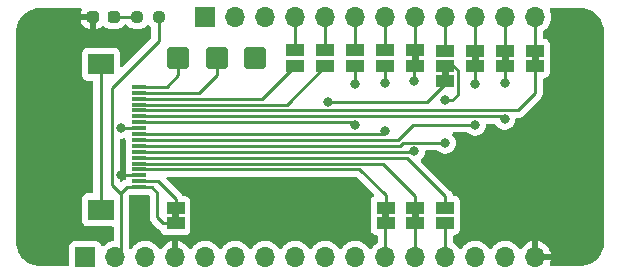
<source format=gbr>
%TF.GenerationSoftware,KiCad,Pcbnew,(6.0.11-0)*%
%TF.CreationDate,2023-02-12T12:49:48-05:00*%
%TF.ProjectId,EyeSPI-Featherwing,45796553-5049-42d4-9665-617468657277,2.0.0*%
%TF.SameCoordinates,Original*%
%TF.FileFunction,Copper,L1,Top*%
%TF.FilePolarity,Positive*%
%FSLAX46Y46*%
G04 Gerber Fmt 4.6, Leading zero omitted, Abs format (unit mm)*
G04 Created by KiCad (PCBNEW (6.0.11-0)) date 2023-02-12 12:49:48*
%MOMM*%
%LPD*%
G01*
G04 APERTURE LIST*
G04 Aperture macros list*
%AMRoundRect*
0 Rectangle with rounded corners*
0 $1 Rounding radius*
0 $2 $3 $4 $5 $6 $7 $8 $9 X,Y pos of 4 corners*
0 Add a 4 corners polygon primitive as box body*
4,1,4,$2,$3,$4,$5,$6,$7,$8,$9,$2,$3,0*
0 Add four circle primitives for the rounded corners*
1,1,$1+$1,$2,$3*
1,1,$1+$1,$4,$5*
1,1,$1+$1,$6,$7*
1,1,$1+$1,$8,$9*
0 Add four rect primitives between the rounded corners*
20,1,$1+$1,$2,$3,$4,$5,0*
20,1,$1+$1,$4,$5,$6,$7,0*
20,1,$1+$1,$6,$7,$8,$9,0*
20,1,$1+$1,$8,$9,$2,$3,0*%
G04 Aperture macros list end*
%TA.AperFunction,SMDPad,CuDef*%
%ADD10R,1.500000X1.000000*%
%TD*%
%TA.AperFunction,SMDPad,CuDef*%
%ADD11RoundRect,0.237500X-0.287500X-0.237500X0.287500X-0.237500X0.287500X0.237500X-0.287500X0.237500X0*%
%TD*%
%TA.AperFunction,SMDPad,CuDef*%
%ADD12R,1.300000X0.300000*%
%TD*%
%TA.AperFunction,SMDPad,CuDef*%
%ADD13R,2.200000X1.800000*%
%TD*%
%TA.AperFunction,SMDPad,CuDef*%
%ADD14RoundRect,0.237500X0.250000X0.237500X-0.250000X0.237500X-0.250000X-0.237500X0.250000X-0.237500X0*%
%TD*%
%TA.AperFunction,ComponentPad*%
%ADD15RoundRect,0.250000X-0.675000X-0.675000X0.675000X-0.675000X0.675000X0.675000X-0.675000X0.675000X0*%
%TD*%
%TA.AperFunction,ComponentPad*%
%ADD16R,1.700000X1.700000*%
%TD*%
%TA.AperFunction,ComponentPad*%
%ADD17O,1.700000X1.700000*%
%TD*%
%TA.AperFunction,ViaPad*%
%ADD18C,0.800000*%
%TD*%
%TA.AperFunction,Conductor*%
%ADD19C,0.250000*%
%TD*%
G04 APERTURE END LIST*
%TO.C,JP108*%
G36*
X157691100Y-98573400D02*
G01*
X157091100Y-98573400D01*
X157091100Y-98073400D01*
X157691100Y-98073400D01*
X157691100Y-98573400D01*
G37*
%TO.C,JP102*%
G36*
X137396500Y-111908400D02*
G01*
X136796500Y-111908400D01*
X136796500Y-111408400D01*
X137396500Y-111408400D01*
X137396500Y-111908400D01*
G37*
%TO.C,JP107*%
G36*
X155176500Y-111883000D02*
G01*
X154576500Y-111883000D01*
X154576500Y-111383000D01*
X155176500Y-111383000D01*
X155176500Y-111883000D01*
G37*
%TO.C,JP104*%
G36*
X165311100Y-98598800D02*
G01*
X164711100Y-98598800D01*
X164711100Y-98098800D01*
X165311100Y-98098800D01*
X165311100Y-98598800D01*
G37*
%TO.C,JP109*%
G36*
X157691100Y-111883000D02*
G01*
X157091100Y-111883000D01*
X157091100Y-111383000D01*
X157691100Y-111383000D01*
X157691100Y-111883000D01*
G37*
%TO.C,JP105*%
G36*
X162771100Y-98598800D02*
G01*
X162171100Y-98598800D01*
X162171100Y-98098800D01*
X162771100Y-98098800D01*
X162771100Y-98598800D01*
G37*
%TO.C,JP110*%
G36*
X160231100Y-99883800D02*
G01*
X159631100Y-99883800D01*
X159631100Y-99383800D01*
X160231100Y-99383800D01*
X160231100Y-99883800D01*
G37*
%TO.C,JP101*%
G36*
X167851100Y-98598800D02*
G01*
X167251100Y-98598800D01*
X167251100Y-98098800D01*
X167851100Y-98098800D01*
X167851100Y-98598800D01*
G37*
%TD*%
D10*
%TO.P,JP108,1,A*%
%TO.N,/TFT_DC*%
X157391100Y-98973400D03*
%TO.P,JP108,2,B*%
%TO.N,/9*%
X157391100Y-97673400D03*
%TD*%
%TO.P,JP102,1,A*%
%TO.N,/LITE*%
X137096500Y-111008400D03*
%TO.P,JP102,2,B*%
%TO.N,+3V3*%
X137096500Y-112308400D03*
%TD*%
D11*
%TO.P,D101,1,K*%
%TO.N,GND*%
X130100100Y-94843600D03*
%TO.P,D101,2,A*%
%TO.N,Net-(D101-Pad2)*%
X131850100Y-94843600D03*
%TD*%
D10*
%TO.P,JP107,1,A*%
%TO.N,/EYESPI_SCK*%
X154876500Y-110983000D03*
%TO.P,JP107,2,B*%
%TO.N,/SCK*%
X154876500Y-112283000D03*
%TD*%
D12*
%TO.P,J106,1,GPIO2*%
%TO.N,/GPIO2*%
X134029100Y-100753600D03*
%TO.P,J106,2,GPIO1*%
%TO.N,/GPIO1*%
X134029100Y-101253600D03*
%TO.P,J106,3,BUSY/TE*%
%TO.N,/BUSY*%
X134029100Y-101753600D03*
%TO.P,J106,4,INT*%
%TO.N,/INT*%
X134029100Y-102253600D03*
%TO.P,J106,5,SDA*%
%TO.N,/EYESPI_SDA*%
X134029100Y-102753600D03*
%TO.P,J106,6,SCL*%
%TO.N,/EYESPI_SCL*%
X134029100Y-103253600D03*
%TO.P,J106,7,~{TS_CS}*%
%TO.N,/~{TS_CS}*%
X134029100Y-103753600D03*
%TO.P,J106,8,~{MEM_CS}*%
%TO.N,/~{MEM_CS}*%
X134029100Y-104253600D03*
%TO.P,J106,9,~{SD_CS}*%
%TO.N,/~{CARD_CS}*%
X134029100Y-104753600D03*
%TO.P,J106,10,~{DISP_CS}*%
%TO.N,/~{TFT_CS}*%
X134029100Y-105253600D03*
%TO.P,J106,11,~{RESET}*%
%TO.N,/~{TFT_RST}*%
X134029100Y-105753600D03*
%TO.P,J106,12,DC*%
%TO.N,/TFT_DC*%
X134029100Y-106253600D03*
%TO.P,J106,13,MISO*%
%TO.N,/EYESPI_MISO*%
X134029100Y-106753600D03*
%TO.P,J106,14,MOSI*%
%TO.N,/EYESPI_MOSI*%
X134029100Y-107253600D03*
%TO.P,J106,15,SCK*%
%TO.N,/EYESPI_SCK*%
X134029100Y-107753600D03*
%TO.P,J106,16,GND*%
%TO.N,GND*%
X134029100Y-108253600D03*
%TO.P,J106,17,BL*%
%TO.N,/LITE*%
X134029100Y-108753600D03*
%TO.P,J106,18,VCC*%
%TO.N,+3V3*%
X134029100Y-109253600D03*
D13*
%TO.P,J106,MP,MP*%
%TO.N,unconnected-(J106-PadMP)*%
X130779100Y-98853600D03*
X130779100Y-111153600D03*
%TD*%
D10*
%TO.P,JP104,1,A*%
%TO.N,/EYESPI_SCL*%
X165011100Y-98998800D03*
%TO.P,JP104,2,B*%
%TO.N,/SCL*%
X165011100Y-97698800D03*
%TD*%
%TO.P,JP109,1,A*%
%TO.N,/EYESPI_MOSI*%
X157391100Y-110983000D03*
%TO.P,JP109,2,B*%
%TO.N,/MOSI*%
X157391100Y-112283000D03*
%TD*%
%TO.P,JP106,1,A*%
%TO.N,/INT*%
X149771100Y-98973400D03*
%TO.P,JP106,2,B*%
%TO.N,/12*%
X149771100Y-97673400D03*
%TD*%
%TO.P,JP103,1,A*%
%TO.N,/~{TS_CS}*%
X152311100Y-98973400D03*
%TO.P,JP103,2,B*%
%TO.N,/11*%
X152311100Y-97673400D03*
%TD*%
%TO.P,JP105,1,A*%
%TO.N,/~{TFT_CS}*%
X162471100Y-98998800D03*
%TO.P,JP105,2,B*%
%TO.N,/5*%
X162471100Y-97698800D03*
%TD*%
%TO.P,JP113,1,A*%
%TO.N,/BUSY*%
X147231100Y-98973400D03*
%TO.P,JP113,2,B*%
%TO.N,/13*%
X147231100Y-97673400D03*
%TD*%
%TO.P,JP111,1,A*%
%TO.N,/EYESPI_MISO*%
X159931100Y-110983000D03*
%TO.P,JP111,2,B*%
%TO.N,/MISO*%
X159931100Y-112283000D03*
%TD*%
%TO.P,JP110,1,A*%
%TO.N,/~{RST}*%
X159931100Y-100283800D03*
%TO.P,JP110,2,C*%
%TO.N,/~{TFT_RST}*%
X159931100Y-98983800D03*
%TO.P,JP110,3,B*%
%TO.N,/6*%
X159931100Y-97683800D03*
%TD*%
%TO.P,JP101,1,A*%
%TO.N,/EYESPI_SDA*%
X167551100Y-98998800D03*
%TO.P,JP101,2,B*%
%TO.N,/SDA*%
X167551100Y-97698800D03*
%TD*%
D14*
%TO.P,R101,1*%
%TO.N,+3V3*%
X135672200Y-94843600D03*
%TO.P,R101,2*%
%TO.N,Net-(D101-Pad2)*%
X133847200Y-94843600D03*
%TD*%
D15*
%TO.P,J108,1,Pin_1*%
%TO.N,/GPIO2*%
X137325100Y-98348800D03*
%TD*%
D10*
%TO.P,JP112,1,A*%
%TO.N,/~{CARD_CS}*%
X154851100Y-98973400D03*
%TO.P,JP112,2,B*%
%TO.N,/10*%
X154851100Y-97673400D03*
%TD*%
D15*
%TO.P,J109,1,Pin_1*%
%TO.N,/~{MEM_CS}*%
X143827500Y-98348800D03*
%TD*%
%TO.P,J107,1,Pin_1*%
%TO.N,/GPIO1*%
X140576300Y-98348800D03*
%TD*%
D16*
%TO.P,J102,1,Pin_1*%
%TO.N,/VBAT*%
X139611100Y-94843600D03*
D17*
%TO.P,J102,2,Pin_2*%
%TO.N,/EN*%
X142151100Y-94843600D03*
%TO.P,J102,3,Pin_3*%
%TO.N,/VBUS*%
X144691100Y-94843600D03*
%TO.P,J102,4,Pin_4*%
%TO.N,/13*%
X147231100Y-94843600D03*
%TO.P,J102,5,Pin_5*%
%TO.N,/12*%
X149771100Y-94843600D03*
%TO.P,J102,6,Pin_6*%
%TO.N,/11*%
X152311100Y-94843600D03*
%TO.P,J102,7,Pin_7*%
%TO.N,/10*%
X154851100Y-94843600D03*
%TO.P,J102,8,Pin_8*%
%TO.N,/9*%
X157391100Y-94843600D03*
%TO.P,J102,9,Pin_9*%
%TO.N,/6*%
X159931100Y-94843600D03*
%TO.P,J102,10,Pin_10*%
%TO.N,/5*%
X162471100Y-94843600D03*
%TO.P,J102,11,Pin_11*%
%TO.N,/SCL*%
X165011100Y-94843600D03*
%TO.P,J102,12,Pin_12*%
%TO.N,/SDA*%
X167551100Y-94843600D03*
%TD*%
D16*
%TO.P,J101,1,Pin_1*%
%TO.N,/~{RST}*%
X129451100Y-115163600D03*
D17*
%TO.P,J101,2,Pin_2*%
%TO.N,+3V3*%
X131991100Y-115163600D03*
%TO.P,J101,3,Pin_3*%
%TO.N,/AREF*%
X134531100Y-115163600D03*
%TO.P,J101,4,Pin_4*%
%TO.N,GND*%
X137071100Y-115163600D03*
%TO.P,J101,5,Pin_5*%
%TO.N,/A0*%
X139611100Y-115163600D03*
%TO.P,J101,6,Pin_6*%
%TO.N,/A1*%
X142151100Y-115163600D03*
%TO.P,J101,7,Pin_7*%
%TO.N,/A2*%
X144691100Y-115163600D03*
%TO.P,J101,8,Pin_8*%
%TO.N,/A3*%
X147231100Y-115163600D03*
%TO.P,J101,9,Pin_9*%
%TO.N,/A4*%
X149771100Y-115163600D03*
%TO.P,J101,10,Pin_10*%
%TO.N,/A5*%
X152311100Y-115163600D03*
%TO.P,J101,11,Pin_11*%
%TO.N,/SCK*%
X154851100Y-115163600D03*
%TO.P,J101,12,Pin_12*%
%TO.N,/MOSI*%
X157391100Y-115163600D03*
%TO.P,J101,13,Pin_13*%
%TO.N,/MISO*%
X159931100Y-115163600D03*
%TO.P,J101,14,Pin_14*%
%TO.N,/0 RX*%
X162471100Y-115163600D03*
%TO.P,J101,15,Pin_15*%
%TO.N,/1 TX*%
X165011100Y-115163600D03*
%TO.P,J101,16,Pin_16*%
%TO.N,GND*%
X167551100Y-115163600D03*
%TD*%
D18*
%TO.N,GND*%
X125387100Y-115163600D03*
X150075900Y-111658400D03*
X171361100Y-111353600D03*
X152260300Y-111658400D03*
X143878300Y-111658400D03*
X171259500Y-98907600D03*
X140474700Y-111607600D03*
X132448300Y-108254800D03*
X125387100Y-94843600D03*
X134023100Y-111556800D03*
X171361100Y-105511600D03*
%TO.N,/~{RST}*%
X149974300Y-102029100D03*
%TO.N,/TFT_DC*%
X157289500Y-100228400D03*
X157289500Y-106222800D03*
%TO.N,/~{TFT_RST}*%
X159931100Y-101904800D03*
X159931100Y-105511600D03*
%TO.N,/~{TFT_CS}*%
X162471100Y-100482400D03*
X162471100Y-103987600D03*
%TO.N,/~{CARD_CS}*%
X154851100Y-100431600D03*
X154851100Y-104529100D03*
%TO.N,/~{MEM_CS}*%
X132448300Y-104241600D03*
%TO.N,/EYESPI_SCL*%
X164960300Y-103478100D03*
X164960300Y-100431600D03*
%TO.N,/~{TS_CS}*%
X152311100Y-103978100D03*
X152311100Y-100482400D03*
%TD*%
D19*
%TO.N,GND*%
X133160700Y-108253600D02*
X134029100Y-108253600D01*
X132448300Y-108254800D02*
X133159500Y-108254800D01*
X133159500Y-108254800D02*
X133160700Y-108253600D01*
%TO.N,/MISO*%
X159931100Y-115163600D02*
X159931100Y-112283000D01*
%TO.N,/MOSI*%
X157391100Y-115163600D02*
X157391100Y-112283000D01*
%TO.N,/SCK*%
X154851100Y-115163600D02*
X154851100Y-112308400D01*
X154851100Y-112308400D02*
X154876500Y-112283000D01*
%TO.N,/~{RST}*%
X150002400Y-102057200D02*
X158356300Y-102057200D01*
X158356300Y-102057200D02*
X159931100Y-100482400D01*
X149974300Y-102029100D02*
X150002400Y-102057200D01*
X159931100Y-100482400D02*
X159931100Y-100283800D01*
%TO.N,Net-(D101-Pad2)*%
X131850100Y-94843600D02*
X133847200Y-94843600D01*
%TO.N,/13*%
X147231100Y-97673400D02*
X147231100Y-94843600D01*
%TO.N,/12*%
X149771100Y-97673400D02*
X149771100Y-94843600D01*
%TO.N,/11*%
X152311100Y-97673400D02*
X152311100Y-94843600D01*
%TO.N,/10*%
X154851100Y-97673400D02*
X154851100Y-94843600D01*
%TO.N,/9*%
X157391100Y-97673400D02*
X157391100Y-94843600D01*
%TO.N,/6*%
X159931100Y-97683800D02*
X159931100Y-94843600D01*
%TO.N,/5*%
X162471100Y-97698800D02*
X162471100Y-94843600D01*
%TO.N,/SCL*%
X165011100Y-97698800D02*
X165011100Y-94843600D01*
%TO.N,/SDA*%
X167551100Y-97698800D02*
X167551100Y-94843600D01*
%TO.N,/LITE*%
X135591700Y-108753600D02*
X134029100Y-108753600D01*
X137096500Y-111008400D02*
X137096500Y-110258400D01*
X137096500Y-110258400D02*
X135591700Y-108753600D01*
%TO.N,/EYESPI_SCK*%
X154876500Y-110983000D02*
X154876500Y-109956600D01*
X152666700Y-107746800D02*
X134035900Y-107746800D01*
X154876500Y-109956600D02*
X152666700Y-107746800D01*
X134035900Y-107746800D02*
X134029100Y-107753600D01*
%TO.N,/EYESPI_MOSI*%
X154662700Y-107253600D02*
X157391100Y-109982000D01*
X157391100Y-109982000D02*
X157391100Y-110983000D01*
X134029100Y-107253600D02*
X154662700Y-107253600D01*
%TO.N,/EYESPI_MISO*%
X156659400Y-106753600D02*
X134029100Y-106753600D01*
X159931100Y-110025300D02*
X156659400Y-106753600D01*
X159931100Y-110983000D02*
X159931100Y-110025300D01*
%TO.N,/TFT_DC*%
X157289500Y-99075000D02*
X157391100Y-98973400D01*
X157289500Y-100228400D02*
X157289500Y-99075000D01*
X157258700Y-106253600D02*
X134029100Y-106253600D01*
X157289500Y-106222800D02*
X157258700Y-106253600D01*
%TO.N,/~{TFT_RST}*%
X156082300Y-105753600D02*
X134029100Y-105753600D01*
X156338100Y-105497800D02*
X156082300Y-105753600D01*
X161006100Y-99373000D02*
X160616900Y-98983800D01*
X161006100Y-101439400D02*
X161006100Y-99373000D01*
X159931100Y-105511600D02*
X159917300Y-105497800D01*
X160540700Y-101904800D02*
X161006100Y-101439400D01*
X159931100Y-101904800D02*
X160540700Y-101904800D01*
X160616900Y-98983800D02*
X159931100Y-98983800D01*
X159917300Y-105497800D02*
X156338100Y-105497800D01*
%TO.N,/~{TFT_CS}*%
X134029100Y-105253600D02*
X155921900Y-105253600D01*
X157187900Y-103987600D02*
X162471100Y-103987600D01*
X162471100Y-100482400D02*
X162471100Y-98998800D01*
X155921900Y-105253600D02*
X157187900Y-103987600D01*
%TO.N,/~{CARD_CS}*%
X154851100Y-104529100D02*
X154626600Y-104753600D01*
X154626600Y-104753600D02*
X134029100Y-104753600D01*
X154851100Y-100431600D02*
X154851100Y-98973400D01*
%TO.N,/~{MEM_CS}*%
X132460300Y-104253600D02*
X132448300Y-104241600D01*
X134029100Y-104253600D02*
X132460300Y-104253600D01*
%TO.N,/EYESPI_SCL*%
X164960300Y-99049600D02*
X165011100Y-98998800D01*
X164960300Y-103478100D02*
X164735800Y-103253600D01*
X164960300Y-100431600D02*
X164960300Y-99049600D01*
X164735800Y-103253600D02*
X134029100Y-103253600D01*
%TO.N,/EYESPI_SDA*%
X134029100Y-102753600D02*
X166092700Y-102753600D01*
X166092700Y-102753600D02*
X167551100Y-101295200D01*
X167551100Y-101295200D02*
X167551100Y-98998800D01*
%TO.N,/INT*%
X146490900Y-102253600D02*
X149771100Y-98973400D01*
X134029100Y-102253600D02*
X146490900Y-102253600D01*
%TO.N,/BUSY*%
X134029100Y-101753600D02*
X144450900Y-101753600D01*
X144450900Y-101753600D02*
X147231100Y-98973400D01*
%TO.N,/~{TS_CS}*%
X152311100Y-100482400D02*
X152311100Y-98973400D01*
X152086600Y-103753600D02*
X152311100Y-103978100D01*
X134029100Y-103753600D02*
X148857500Y-103753600D01*
X148857500Y-103753600D02*
X152086600Y-103753600D01*
%TO.N,/GPIO1*%
X134029100Y-101253600D02*
X139068500Y-101253600D01*
X139068500Y-101253600D02*
X140576300Y-99745800D01*
X140576300Y-99745800D02*
X140576300Y-98348800D01*
%TO.N,/GPIO2*%
X137325100Y-99771200D02*
X137325100Y-98348800D01*
X136342700Y-100753600D02*
X137325100Y-99771200D01*
X134029100Y-100753600D02*
X136342700Y-100753600D01*
%TO.N,+3V3*%
X131723300Y-100851800D02*
X131723300Y-109053800D01*
X134029100Y-109253600D02*
X132973500Y-109253600D01*
X135672200Y-96902900D02*
X131723300Y-100851800D01*
X135547100Y-111810800D02*
X135547100Y-109728000D01*
X132973500Y-109253600D02*
X132499100Y-109728000D01*
X135672200Y-94843600D02*
X135672200Y-96902900D01*
X136044700Y-112308400D02*
X135547100Y-111810800D01*
X135547100Y-109728000D02*
X135072700Y-109253600D01*
X131723300Y-109053800D02*
X132499100Y-109829600D01*
X132499100Y-110223600D02*
X132499100Y-114655600D01*
X135072700Y-109253600D02*
X134029100Y-109253600D01*
X132499100Y-109728000D02*
X132499100Y-110223600D01*
X137096500Y-112308400D02*
X136044700Y-112308400D01*
X132499100Y-114655600D02*
X131991100Y-115163600D01*
X132499100Y-109829600D02*
X132499100Y-110223600D01*
%TO.N,unconnected-(J106-PadMP)*%
X130779100Y-98853600D02*
X130779100Y-111153600D01*
%TD*%
%TA.AperFunction,Conductor*%
%TO.N,GND*%
G36*
X129102256Y-94102102D02*
G01*
X129148749Y-94155758D01*
X129158853Y-94226032D01*
X129141395Y-94274216D01*
X129136188Y-94282663D01*
X129130044Y-94295841D01*
X129079785Y-94447366D01*
X129076919Y-94460732D01*
X129067428Y-94553370D01*
X129067100Y-94559785D01*
X129067100Y-94571485D01*
X129071575Y-94586724D01*
X129072965Y-94587929D01*
X129080648Y-94589600D01*
X130228100Y-94589600D01*
X130296221Y-94609602D01*
X130342714Y-94663258D01*
X130354100Y-94715600D01*
X130354100Y-95808485D01*
X130358575Y-95823724D01*
X130359965Y-95824929D01*
X130367648Y-95826600D01*
X130433866Y-95826600D01*
X130440382Y-95826263D01*
X130534232Y-95816525D01*
X130547628Y-95813632D01*
X130699053Y-95763112D01*
X130712215Y-95756947D01*
X130847592Y-95673174D01*
X130858995Y-95664136D01*
X130885625Y-95637460D01*
X130947907Y-95603381D01*
X131018727Y-95608384D01*
X131063815Y-95637305D01*
X131097097Y-95670529D01*
X131103327Y-95674369D01*
X131103328Y-95674370D01*
X131236934Y-95756726D01*
X131245180Y-95761809D01*
X131410291Y-95816574D01*
X131417127Y-95817274D01*
X131417130Y-95817275D01*
X131451928Y-95820840D01*
X131513028Y-95827100D01*
X132187172Y-95827100D01*
X132190418Y-95826763D01*
X132190422Y-95826763D01*
X132284335Y-95817019D01*
X132284339Y-95817018D01*
X132291193Y-95816307D01*
X132297729Y-95814126D01*
X132297731Y-95814126D01*
X132441328Y-95766218D01*
X132456207Y-95761254D01*
X132604131Y-95669716D01*
X132636331Y-95637460D01*
X132721858Y-95551784D01*
X132721862Y-95551779D01*
X132727029Y-95546603D01*
X132732957Y-95536986D01*
X132734986Y-95535159D01*
X132735407Y-95534627D01*
X132735498Y-95534699D01*
X132785728Y-95489492D01*
X132840218Y-95477100D01*
X132894736Y-95477100D01*
X132962857Y-95497102D01*
X133001879Y-95536796D01*
X133008584Y-95547631D01*
X133013766Y-95552804D01*
X133126516Y-95665358D01*
X133126521Y-95665362D01*
X133131697Y-95670529D01*
X133137927Y-95674369D01*
X133137928Y-95674370D01*
X133271534Y-95756726D01*
X133279780Y-95761809D01*
X133444891Y-95816574D01*
X133451727Y-95817274D01*
X133451730Y-95817275D01*
X133486528Y-95820840D01*
X133547628Y-95827100D01*
X134146772Y-95827100D01*
X134150018Y-95826763D01*
X134150022Y-95826763D01*
X134243935Y-95817019D01*
X134243939Y-95817018D01*
X134250793Y-95816307D01*
X134257329Y-95814126D01*
X134257331Y-95814126D01*
X134400928Y-95766218D01*
X134415807Y-95761254D01*
X134563731Y-95669716D01*
X134595931Y-95637460D01*
X134670447Y-95562814D01*
X134732730Y-95528735D01*
X134803550Y-95533738D01*
X134848637Y-95562659D01*
X134951515Y-95665357D01*
X134951520Y-95665361D01*
X134956697Y-95670529D01*
X134962924Y-95674367D01*
X134962926Y-95674369D01*
X134978816Y-95684164D01*
X135026309Y-95736936D01*
X135038700Y-95791424D01*
X135038700Y-96588306D01*
X135018698Y-96656427D01*
X135001795Y-96677401D01*
X132602695Y-99076500D01*
X132540383Y-99110526D01*
X132469567Y-99105461D01*
X132412732Y-99062914D01*
X132387921Y-98996394D01*
X132387600Y-98987405D01*
X132387600Y-97905466D01*
X132380845Y-97843284D01*
X132329715Y-97706895D01*
X132242361Y-97590339D01*
X132125805Y-97502985D01*
X131989416Y-97451855D01*
X131927234Y-97445100D01*
X129630966Y-97445100D01*
X129568784Y-97451855D01*
X129432395Y-97502985D01*
X129315839Y-97590339D01*
X129228485Y-97706895D01*
X129177355Y-97843284D01*
X129170600Y-97905466D01*
X129170600Y-99801734D01*
X129177355Y-99863916D01*
X129228485Y-100000305D01*
X129315839Y-100116861D01*
X129432395Y-100204215D01*
X129568784Y-100255345D01*
X129630966Y-100262100D01*
X130019600Y-100262100D01*
X130087721Y-100282102D01*
X130134214Y-100335758D01*
X130145600Y-100388100D01*
X130145600Y-109619100D01*
X130125598Y-109687221D01*
X130071942Y-109733714D01*
X130019600Y-109745100D01*
X129630966Y-109745100D01*
X129568784Y-109751855D01*
X129432395Y-109802985D01*
X129315839Y-109890339D01*
X129228485Y-110006895D01*
X129177355Y-110143284D01*
X129170600Y-110205466D01*
X129170600Y-112101734D01*
X129177355Y-112163916D01*
X129228485Y-112300305D01*
X129315839Y-112416861D01*
X129432395Y-112504215D01*
X129568784Y-112555345D01*
X129630966Y-112562100D01*
X131739600Y-112562100D01*
X131807721Y-112582102D01*
X131854214Y-112635758D01*
X131865600Y-112688100D01*
X131865600Y-113700233D01*
X131845598Y-113768354D01*
X131791942Y-113814847D01*
X131758660Y-113824783D01*
X131715605Y-113831371D01*
X131680301Y-113836773D01*
X131680300Y-113836773D01*
X131675191Y-113837555D01*
X131462856Y-113906957D01*
X131429454Y-113924345D01*
X131289075Y-113997422D01*
X131264707Y-114010107D01*
X131260574Y-114013210D01*
X131260571Y-114013212D01*
X131090200Y-114141130D01*
X131086065Y-114144235D01*
X131029637Y-114203284D01*
X131005383Y-114228664D01*
X130943859Y-114264094D01*
X130872946Y-114260637D01*
X130815160Y-114219391D01*
X130796307Y-114185843D01*
X130754867Y-114075303D01*
X130751715Y-114066895D01*
X130664361Y-113950339D01*
X130547805Y-113862985D01*
X130411416Y-113811855D01*
X130349234Y-113805100D01*
X128552966Y-113805100D01*
X128490784Y-113811855D01*
X128354395Y-113862985D01*
X128237839Y-113950339D01*
X128150485Y-114066895D01*
X128099355Y-114203284D01*
X128092600Y-114265466D01*
X128092600Y-115799100D01*
X128072598Y-115867221D01*
X128018942Y-115913714D01*
X127966600Y-115925100D01*
X125690467Y-115925100D01*
X125671082Y-115923600D01*
X125656249Y-115921290D01*
X125656245Y-115921290D01*
X125647376Y-115919909D01*
X125638474Y-115921073D01*
X125638471Y-115921073D01*
X125631088Y-115922039D01*
X125606509Y-115922833D01*
X125561899Y-115919909D01*
X125384178Y-115908260D01*
X125367838Y-115906109D01*
X125245623Y-115881799D01*
X125123404Y-115857488D01*
X125107494Y-115853225D01*
X124871498Y-115773115D01*
X124856274Y-115766809D01*
X124632758Y-115656584D01*
X124618484Y-115648343D01*
X124411271Y-115509887D01*
X124398195Y-115499854D01*
X124210822Y-115335532D01*
X124199168Y-115323878D01*
X124034846Y-115136505D01*
X124024813Y-115123429D01*
X123886357Y-114916216D01*
X123878116Y-114901942D01*
X123767891Y-114678426D01*
X123761584Y-114663200D01*
X123715788Y-114528289D01*
X123681475Y-114427206D01*
X123677211Y-114411293D01*
X123660655Y-114328057D01*
X123648204Y-114265466D01*
X123628591Y-114166862D01*
X123626440Y-114150522D01*
X123612576Y-113939007D01*
X123613750Y-113915832D01*
X123613434Y-113915804D01*
X123613870Y-113910944D01*
X123614676Y-113906152D01*
X123614829Y-113893600D01*
X123610873Y-113865976D01*
X123609600Y-113848114D01*
X123609600Y-96166850D01*
X123611346Y-96145945D01*
X123613870Y-96130944D01*
X123613870Y-96130941D01*
X123614676Y-96126152D01*
X123614829Y-96113600D01*
X123613103Y-96101547D01*
X123612101Y-96075445D01*
X123626440Y-95856678D01*
X123628591Y-95840338D01*
X123662530Y-95669716D01*
X123677212Y-95595904D01*
X123681475Y-95579994D01*
X123761585Y-95343998D01*
X123767891Y-95328774D01*
X123867214Y-95127366D01*
X129067100Y-95127366D01*
X129067437Y-95133882D01*
X129077175Y-95227732D01*
X129080068Y-95241128D01*
X129130588Y-95392553D01*
X129136753Y-95405715D01*
X129220526Y-95541092D01*
X129229560Y-95552490D01*
X129342229Y-95664963D01*
X129353640Y-95673975D01*
X129489163Y-95757512D01*
X129502341Y-95763656D01*
X129653866Y-95813915D01*
X129667232Y-95816781D01*
X129759870Y-95826272D01*
X129766285Y-95826600D01*
X129827985Y-95826600D01*
X129843224Y-95822125D01*
X129844429Y-95820735D01*
X129846100Y-95813052D01*
X129846100Y-95115715D01*
X129841625Y-95100476D01*
X129840235Y-95099271D01*
X129832552Y-95097600D01*
X129085215Y-95097600D01*
X129069976Y-95102075D01*
X129068771Y-95103465D01*
X129067100Y-95111148D01*
X129067100Y-95127366D01*
X123867214Y-95127366D01*
X123878116Y-95105258D01*
X123886357Y-95090984D01*
X124024813Y-94883771D01*
X124034846Y-94870695D01*
X124199168Y-94683322D01*
X124210822Y-94671668D01*
X124398195Y-94507346D01*
X124411271Y-94497313D01*
X124618484Y-94358857D01*
X124632758Y-94350616D01*
X124856274Y-94240391D01*
X124871500Y-94234084D01*
X125107494Y-94153975D01*
X125123404Y-94149712D01*
X125253350Y-94123864D01*
X125367838Y-94101091D01*
X125384178Y-94098940D01*
X125532966Y-94089187D01*
X125599337Y-94084837D01*
X125622450Y-94085867D01*
X125625954Y-94085910D01*
X125634824Y-94087291D01*
X125643726Y-94086127D01*
X125643728Y-94086127D01*
X125660549Y-94083927D01*
X125666386Y-94083164D01*
X125682721Y-94082100D01*
X129034135Y-94082100D01*
X129102256Y-94102102D01*
G37*
%TD.AperFunction*%
%TA.AperFunction,Conductor*%
G36*
X171331118Y-94083600D02*
G01*
X171345951Y-94085910D01*
X171345955Y-94085910D01*
X171354824Y-94087291D01*
X171363726Y-94086127D01*
X171363729Y-94086127D01*
X171371112Y-94085161D01*
X171395691Y-94084367D01*
X171422542Y-94086127D01*
X171618022Y-94098940D01*
X171634362Y-94101091D01*
X171748850Y-94123864D01*
X171878796Y-94149712D01*
X171894706Y-94153975D01*
X172130700Y-94234084D01*
X172145926Y-94240391D01*
X172369442Y-94350616D01*
X172383716Y-94358857D01*
X172590929Y-94497313D01*
X172604005Y-94507346D01*
X172791378Y-94671668D01*
X172803032Y-94683322D01*
X172967354Y-94870695D01*
X172977387Y-94883771D01*
X173115843Y-95090984D01*
X173124084Y-95105258D01*
X173234309Y-95328774D01*
X173240615Y-95343998D01*
X173320725Y-95579994D01*
X173324988Y-95595904D01*
X173339670Y-95669716D01*
X173373609Y-95840338D01*
X173375760Y-95856678D01*
X173389863Y-96071836D01*
X173388833Y-96094950D01*
X173388790Y-96098454D01*
X173387409Y-96107324D01*
X173388573Y-96116226D01*
X173388573Y-96116228D01*
X173391536Y-96138883D01*
X173392600Y-96155221D01*
X173392600Y-113844233D01*
X173391100Y-113863618D01*
X173388790Y-113878451D01*
X173388790Y-113878455D01*
X173387409Y-113887324D01*
X173388573Y-113896226D01*
X173388573Y-113896229D01*
X173389539Y-113903612D01*
X173390333Y-113928191D01*
X173375760Y-114150522D01*
X173373609Y-114166862D01*
X173353996Y-114265466D01*
X173341546Y-114328057D01*
X173324989Y-114411293D01*
X173320725Y-114427206D01*
X173286412Y-114528289D01*
X173240616Y-114663200D01*
X173234309Y-114678426D01*
X173124084Y-114901942D01*
X173115843Y-114916216D01*
X172977387Y-115123429D01*
X172967354Y-115136505D01*
X172803032Y-115323878D01*
X172791378Y-115335532D01*
X172604005Y-115499854D01*
X172590929Y-115509887D01*
X172383716Y-115648343D01*
X172369442Y-115656584D01*
X172145926Y-115766809D01*
X172130702Y-115773115D01*
X171894706Y-115853225D01*
X171878796Y-115857488D01*
X171756577Y-115881799D01*
X171634362Y-115906109D01*
X171618022Y-115908260D01*
X171469234Y-115918013D01*
X171402863Y-115922363D01*
X171379750Y-115921333D01*
X171376246Y-115921290D01*
X171367376Y-115919909D01*
X171358474Y-115921073D01*
X171358472Y-115921073D01*
X171345015Y-115922833D01*
X171335814Y-115924036D01*
X171319479Y-115925100D01*
X168892448Y-115925100D01*
X168824327Y-115905098D01*
X168777834Y-115851442D01*
X168767730Y-115781168D01*
X168779491Y-115743273D01*
X168815770Y-115669867D01*
X168819569Y-115660272D01*
X168881477Y-115456510D01*
X168883655Y-115446437D01*
X168885086Y-115435562D01*
X168882875Y-115421378D01*
X168869717Y-115417600D01*
X167423100Y-115417600D01*
X167354979Y-115397598D01*
X167308486Y-115343942D01*
X167297100Y-115291600D01*
X167297100Y-114891485D01*
X167805100Y-114891485D01*
X167809575Y-114906724D01*
X167810965Y-114907929D01*
X167818648Y-114909600D01*
X168869444Y-114909600D01*
X168882975Y-114905627D01*
X168884280Y-114896547D01*
X168842314Y-114729475D01*
X168838994Y-114719724D01*
X168754072Y-114524414D01*
X168749205Y-114515339D01*
X168633526Y-114336526D01*
X168627236Y-114328357D01*
X168483906Y-114170840D01*
X168476373Y-114163815D01*
X168309239Y-114031822D01*
X168300652Y-114026117D01*
X168114217Y-113923199D01*
X168104805Y-113918969D01*
X167904059Y-113847880D01*
X167894088Y-113845246D01*
X167822937Y-113832572D01*
X167809640Y-113834032D01*
X167805100Y-113848589D01*
X167805100Y-114891485D01*
X167297100Y-114891485D01*
X167297100Y-113846702D01*
X167293182Y-113833358D01*
X167278906Y-113831371D01*
X167240424Y-113837260D01*
X167230388Y-113839651D01*
X167027968Y-113905812D01*
X167018459Y-113909809D01*
X166829563Y-114008142D01*
X166820838Y-114013636D01*
X166650533Y-114141505D01*
X166642826Y-114148348D01*
X166495690Y-114302317D01*
X166489209Y-114310322D01*
X166384598Y-114463674D01*
X166329687Y-114508676D01*
X166259162Y-114516847D01*
X166195415Y-114485593D01*
X166174718Y-114461109D01*
X166093922Y-114336217D01*
X166093920Y-114336214D01*
X166091114Y-114331877D01*
X165940770Y-114166651D01*
X165936719Y-114163452D01*
X165936715Y-114163448D01*
X165769514Y-114031400D01*
X165769510Y-114031398D01*
X165765459Y-114028198D01*
X165760931Y-114025698D01*
X165645088Y-113961750D01*
X165569889Y-113920238D01*
X165565020Y-113918514D01*
X165565016Y-113918512D01*
X165364187Y-113847395D01*
X165364183Y-113847394D01*
X165359312Y-113845669D01*
X165354219Y-113844762D01*
X165354216Y-113844761D01*
X165144473Y-113807400D01*
X165144467Y-113807399D01*
X165139384Y-113806494D01*
X165065552Y-113805592D01*
X164921181Y-113803828D01*
X164921179Y-113803828D01*
X164916011Y-113803765D01*
X164695191Y-113837555D01*
X164482856Y-113906957D01*
X164449454Y-113924345D01*
X164309075Y-113997422D01*
X164284707Y-114010107D01*
X164280574Y-114013210D01*
X164280571Y-114013212D01*
X164110200Y-114141130D01*
X164106065Y-114144235D01*
X164102493Y-114147973D01*
X163994829Y-114260637D01*
X163951729Y-114305738D01*
X163844301Y-114463221D01*
X163789393Y-114508221D01*
X163718868Y-114516392D01*
X163655121Y-114485138D01*
X163634424Y-114460654D01*
X163553922Y-114336217D01*
X163553920Y-114336214D01*
X163551114Y-114331877D01*
X163400770Y-114166651D01*
X163396719Y-114163452D01*
X163396715Y-114163448D01*
X163229514Y-114031400D01*
X163229510Y-114031398D01*
X163225459Y-114028198D01*
X163220931Y-114025698D01*
X163105088Y-113961750D01*
X163029889Y-113920238D01*
X163025020Y-113918514D01*
X163025016Y-113918512D01*
X162824187Y-113847395D01*
X162824183Y-113847394D01*
X162819312Y-113845669D01*
X162814219Y-113844762D01*
X162814216Y-113844761D01*
X162604473Y-113807400D01*
X162604467Y-113807399D01*
X162599384Y-113806494D01*
X162525552Y-113805592D01*
X162381181Y-113803828D01*
X162381179Y-113803828D01*
X162376011Y-113803765D01*
X162155191Y-113837555D01*
X161942856Y-113906957D01*
X161909454Y-113924345D01*
X161769075Y-113997422D01*
X161744707Y-114010107D01*
X161740574Y-114013210D01*
X161740571Y-114013212D01*
X161570200Y-114141130D01*
X161566065Y-114144235D01*
X161562493Y-114147973D01*
X161454829Y-114260637D01*
X161411729Y-114305738D01*
X161304301Y-114463221D01*
X161249393Y-114508221D01*
X161178868Y-114516392D01*
X161115121Y-114485138D01*
X161094424Y-114460654D01*
X161013922Y-114336217D01*
X161013920Y-114336214D01*
X161011114Y-114331877D01*
X160860770Y-114166651D01*
X160856719Y-114163452D01*
X160856715Y-114163448D01*
X160689514Y-114031400D01*
X160689510Y-114031398D01*
X160685459Y-114028198D01*
X160680935Y-114025701D01*
X160680931Y-114025698D01*
X160629708Y-113997422D01*
X160579736Y-113946990D01*
X160564600Y-113887113D01*
X160564600Y-113417500D01*
X160584602Y-113349379D01*
X160638258Y-113302886D01*
X160690600Y-113291500D01*
X160729234Y-113291500D01*
X160791416Y-113284745D01*
X160927805Y-113233615D01*
X161044361Y-113146261D01*
X161131715Y-113029705D01*
X161182845Y-112893316D01*
X161189600Y-112831134D01*
X161189600Y-111734866D01*
X161182845Y-111672684D01*
X161180071Y-111665285D01*
X161179325Y-111662146D01*
X161179325Y-111603854D01*
X161180071Y-111600715D01*
X161182845Y-111593316D01*
X161189600Y-111531134D01*
X161189600Y-110434866D01*
X161182845Y-110372684D01*
X161131715Y-110236295D01*
X161044361Y-110119739D01*
X160927805Y-110032385D01*
X160791416Y-109981255D01*
X160729234Y-109974500D01*
X160674012Y-109974500D01*
X160605891Y-109954498D01*
X160559398Y-109900842D01*
X160551969Y-109879831D01*
X160550569Y-109874377D01*
X160549574Y-109866503D01*
X160544116Y-109852717D01*
X160533300Y-109825398D01*
X160529455Y-109814168D01*
X160519330Y-109779317D01*
X160519330Y-109779316D01*
X160517119Y-109771707D01*
X160512027Y-109763097D01*
X160506805Y-109754266D01*
X160498108Y-109736513D01*
X160493572Y-109725058D01*
X160490652Y-109717683D01*
X160464663Y-109681912D01*
X160458147Y-109671992D01*
X160448899Y-109656354D01*
X160435642Y-109633938D01*
X160421321Y-109619617D01*
X160408480Y-109604583D01*
X160407543Y-109603293D01*
X160396572Y-109588193D01*
X160362495Y-109560002D01*
X160353716Y-109552012D01*
X157890288Y-107088583D01*
X157856262Y-107026271D01*
X157861327Y-106955455D01*
X157895071Y-106905853D01*
X157895409Y-106905549D01*
X157900753Y-106901666D01*
X158028540Y-106759744D01*
X158124027Y-106594356D01*
X158183042Y-106412728D01*
X158186441Y-106380394D01*
X158200762Y-106244130D01*
X158227775Y-106178473D01*
X158285997Y-106137843D01*
X158326072Y-106131300D01*
X159210476Y-106131300D01*
X159278597Y-106151302D01*
X159304111Y-106172989D01*
X159319847Y-106190466D01*
X159474348Y-106302718D01*
X159480376Y-106305402D01*
X159480378Y-106305403D01*
X159642781Y-106377709D01*
X159648812Y-106380394D01*
X159742212Y-106400247D01*
X159829156Y-106418728D01*
X159829161Y-106418728D01*
X159835613Y-106420100D01*
X160026587Y-106420100D01*
X160033039Y-106418728D01*
X160033044Y-106418728D01*
X160119988Y-106400247D01*
X160213388Y-106380394D01*
X160219419Y-106377709D01*
X160381822Y-106305403D01*
X160381824Y-106305402D01*
X160387852Y-106302718D01*
X160542353Y-106190466D01*
X160558088Y-106172991D01*
X160665721Y-106053452D01*
X160665722Y-106053451D01*
X160670140Y-106048544D01*
X160765627Y-105883156D01*
X160824642Y-105701528D01*
X160844604Y-105511600D01*
X160824642Y-105321672D01*
X160765627Y-105140044D01*
X160670140Y-104974656D01*
X160542353Y-104832734D01*
X160544232Y-104831042D01*
X160512964Y-104780272D01*
X160514326Y-104709288D01*
X160553849Y-104650310D01*
X160618984Y-104622061D01*
X160634519Y-104621100D01*
X161762900Y-104621100D01*
X161831021Y-104641102D01*
X161850247Y-104657443D01*
X161850520Y-104657140D01*
X161855432Y-104661563D01*
X161859847Y-104666466D01*
X162014348Y-104778718D01*
X162020376Y-104781402D01*
X162020378Y-104781403D01*
X162182781Y-104853709D01*
X162188812Y-104856394D01*
X162282212Y-104876247D01*
X162369156Y-104894728D01*
X162369161Y-104894728D01*
X162375613Y-104896100D01*
X162566587Y-104896100D01*
X162573039Y-104894728D01*
X162573044Y-104894728D01*
X162659987Y-104876247D01*
X162753388Y-104856394D01*
X162759419Y-104853709D01*
X162921822Y-104781403D01*
X162921824Y-104781402D01*
X162927852Y-104778718D01*
X163082353Y-104666466D01*
X163105191Y-104641102D01*
X163205721Y-104529452D01*
X163205722Y-104529451D01*
X163210140Y-104524544D01*
X163305627Y-104359156D01*
X163364642Y-104177528D01*
X163366743Y-104157544D01*
X163381204Y-104019952D01*
X163383308Y-103999930D01*
X163410321Y-103934273D01*
X163468543Y-103893643D01*
X163508618Y-103887100D01*
X164074645Y-103887100D01*
X164142766Y-103907102D01*
X164183763Y-103950098D01*
X164221260Y-104015044D01*
X164225678Y-104019951D01*
X164225679Y-104019952D01*
X164276235Y-104076100D01*
X164349047Y-104156966D01*
X164503548Y-104269218D01*
X164509576Y-104271902D01*
X164509578Y-104271903D01*
X164635494Y-104327964D01*
X164678012Y-104346894D01*
X164771412Y-104366747D01*
X164858356Y-104385228D01*
X164858361Y-104385228D01*
X164864813Y-104386600D01*
X165055787Y-104386600D01*
X165062239Y-104385228D01*
X165062244Y-104385228D01*
X165149187Y-104366747D01*
X165242588Y-104346894D01*
X165285106Y-104327964D01*
X165411022Y-104271903D01*
X165411024Y-104271902D01*
X165417052Y-104269218D01*
X165571553Y-104156966D01*
X165644365Y-104076100D01*
X165694921Y-104019952D01*
X165694922Y-104019951D01*
X165699340Y-104015044D01*
X165761660Y-103907102D01*
X165791523Y-103855379D01*
X165791524Y-103855378D01*
X165794827Y-103849656D01*
X165853842Y-103668028D01*
X165871510Y-103499929D01*
X165898523Y-103434273D01*
X165956745Y-103393643D01*
X165996820Y-103387100D01*
X166013933Y-103387100D01*
X166025116Y-103387627D01*
X166032609Y-103389302D01*
X166040535Y-103389053D01*
X166040536Y-103389053D01*
X166100686Y-103387162D01*
X166104645Y-103387100D01*
X166132556Y-103387100D01*
X166136491Y-103386603D01*
X166136556Y-103386595D01*
X166148393Y-103385662D01*
X166180651Y-103384648D01*
X166184670Y-103384522D01*
X166192589Y-103384273D01*
X166212043Y-103378621D01*
X166231400Y-103374613D01*
X166243630Y-103373068D01*
X166243631Y-103373068D01*
X166251497Y-103372074D01*
X166258868Y-103369155D01*
X166258870Y-103369155D01*
X166292612Y-103355796D01*
X166303842Y-103351951D01*
X166338683Y-103341829D01*
X166338684Y-103341829D01*
X166346293Y-103339618D01*
X166353112Y-103335585D01*
X166353117Y-103335583D01*
X166363728Y-103329307D01*
X166381476Y-103320612D01*
X166400317Y-103313152D01*
X166436087Y-103287164D01*
X166446007Y-103280648D01*
X166477235Y-103262180D01*
X166477238Y-103262178D01*
X166484062Y-103258142D01*
X166498383Y-103243821D01*
X166513417Y-103230980D01*
X166523394Y-103223731D01*
X166529807Y-103219072D01*
X166557998Y-103184995D01*
X166565988Y-103176216D01*
X167943353Y-101798852D01*
X167951639Y-101791312D01*
X167958118Y-101787200D01*
X167964460Y-101780447D01*
X168004743Y-101737549D01*
X168007498Y-101734707D01*
X168027235Y-101714970D01*
X168029715Y-101711773D01*
X168037420Y-101702751D01*
X168062259Y-101676300D01*
X168067686Y-101670521D01*
X168071505Y-101663575D01*
X168071507Y-101663572D01*
X168077448Y-101652766D01*
X168088299Y-101636247D01*
X168095858Y-101626501D01*
X168100714Y-101620241D01*
X168103859Y-101612972D01*
X168103862Y-101612968D01*
X168118274Y-101579663D01*
X168123491Y-101569013D01*
X168144795Y-101530260D01*
X168149833Y-101510637D01*
X168156237Y-101491934D01*
X168161133Y-101480620D01*
X168161133Y-101480619D01*
X168164281Y-101473345D01*
X168165520Y-101465522D01*
X168165523Y-101465512D01*
X168171199Y-101429676D01*
X168173605Y-101418056D01*
X168182628Y-101382911D01*
X168182628Y-101382910D01*
X168184600Y-101375230D01*
X168184600Y-101354976D01*
X168186151Y-101335265D01*
X168188080Y-101323086D01*
X168189320Y-101315257D01*
X168185159Y-101271238D01*
X168184600Y-101259381D01*
X168184600Y-100133300D01*
X168204602Y-100065179D01*
X168258258Y-100018686D01*
X168310600Y-100007300D01*
X168349234Y-100007300D01*
X168411416Y-100000545D01*
X168547805Y-99949415D01*
X168664361Y-99862061D01*
X168751715Y-99745505D01*
X168802845Y-99609116D01*
X168809600Y-99546934D01*
X168809600Y-98450666D01*
X168802845Y-98388484D01*
X168800071Y-98381085D01*
X168799325Y-98377946D01*
X168799325Y-98319654D01*
X168800071Y-98316515D01*
X168802845Y-98309116D01*
X168809600Y-98246934D01*
X168809600Y-97150666D01*
X168802845Y-97088484D01*
X168751715Y-96952095D01*
X168664361Y-96835539D01*
X168547805Y-96748185D01*
X168411416Y-96697055D01*
X168349234Y-96690300D01*
X168310600Y-96690300D01*
X168242479Y-96670298D01*
X168195986Y-96616642D01*
X168184600Y-96564300D01*
X168184600Y-96124027D01*
X168204602Y-96055906D01*
X168245718Y-96016150D01*
X168249094Y-96014496D01*
X168430960Y-95884773D01*
X168459154Y-95856678D01*
X168574716Y-95741518D01*
X168589196Y-95727089D01*
X168630423Y-95669716D01*
X168716535Y-95549877D01*
X168719553Y-95545677D01*
X168723849Y-95536986D01*
X168816236Y-95350053D01*
X168816237Y-95350051D01*
X168818530Y-95345411D01*
X168883470Y-95131669D01*
X168912629Y-94910190D01*
X168912711Y-94906840D01*
X168914174Y-94846965D01*
X168914174Y-94846961D01*
X168914256Y-94843600D01*
X168895952Y-94620961D01*
X168841531Y-94404302D01*
X168778065Y-94258340D01*
X168769245Y-94187896D01*
X168799912Y-94123864D01*
X168860328Y-94086576D01*
X168893615Y-94082100D01*
X171311733Y-94082100D01*
X171331118Y-94083600D01*
G37*
%TD.AperFunction*%
%TA.AperFunction,Conductor*%
G36*
X152420227Y-108400302D02*
G01*
X152441201Y-108417205D01*
X153877968Y-109853973D01*
X153911994Y-109916285D01*
X153906929Y-109987101D01*
X153864438Y-110043894D01*
X153770420Y-110114357D01*
X153763239Y-110119739D01*
X153675885Y-110236295D01*
X153624755Y-110372684D01*
X153618000Y-110434866D01*
X153618000Y-111531134D01*
X153624755Y-111593316D01*
X153627529Y-111600715D01*
X153628275Y-111603854D01*
X153628275Y-111662146D01*
X153627529Y-111665285D01*
X153624755Y-111672684D01*
X153618000Y-111734866D01*
X153618000Y-112831134D01*
X153624755Y-112893316D01*
X153675885Y-113029705D01*
X153763239Y-113146261D01*
X153879795Y-113233615D01*
X154016184Y-113284745D01*
X154078366Y-113291500D01*
X154091600Y-113291500D01*
X154159721Y-113311502D01*
X154206214Y-113365158D01*
X154217600Y-113417500D01*
X154217600Y-113885292D01*
X154197598Y-113953413D01*
X154149783Y-113997053D01*
X154124707Y-114010107D01*
X154120574Y-114013210D01*
X154120571Y-114013212D01*
X153950200Y-114141130D01*
X153946065Y-114144235D01*
X153942493Y-114147973D01*
X153834829Y-114260637D01*
X153791729Y-114305738D01*
X153684301Y-114463221D01*
X153629393Y-114508221D01*
X153558868Y-114516392D01*
X153495121Y-114485138D01*
X153474424Y-114460654D01*
X153393922Y-114336217D01*
X153393920Y-114336214D01*
X153391114Y-114331877D01*
X153240770Y-114166651D01*
X153236719Y-114163452D01*
X153236715Y-114163448D01*
X153069514Y-114031400D01*
X153069510Y-114031398D01*
X153065459Y-114028198D01*
X153060931Y-114025698D01*
X152945088Y-113961750D01*
X152869889Y-113920238D01*
X152865020Y-113918514D01*
X152865016Y-113918512D01*
X152664187Y-113847395D01*
X152664183Y-113847394D01*
X152659312Y-113845669D01*
X152654219Y-113844762D01*
X152654216Y-113844761D01*
X152444473Y-113807400D01*
X152444467Y-113807399D01*
X152439384Y-113806494D01*
X152365552Y-113805592D01*
X152221181Y-113803828D01*
X152221179Y-113803828D01*
X152216011Y-113803765D01*
X151995191Y-113837555D01*
X151782856Y-113906957D01*
X151749454Y-113924345D01*
X151609075Y-113997422D01*
X151584707Y-114010107D01*
X151580574Y-114013210D01*
X151580571Y-114013212D01*
X151410200Y-114141130D01*
X151406065Y-114144235D01*
X151402493Y-114147973D01*
X151294829Y-114260637D01*
X151251729Y-114305738D01*
X151144301Y-114463221D01*
X151089393Y-114508221D01*
X151018868Y-114516392D01*
X150955121Y-114485138D01*
X150934424Y-114460654D01*
X150853922Y-114336217D01*
X150853920Y-114336214D01*
X150851114Y-114331877D01*
X150700770Y-114166651D01*
X150696719Y-114163452D01*
X150696715Y-114163448D01*
X150529514Y-114031400D01*
X150529510Y-114031398D01*
X150525459Y-114028198D01*
X150520931Y-114025698D01*
X150405088Y-113961750D01*
X150329889Y-113920238D01*
X150325020Y-113918514D01*
X150325016Y-113918512D01*
X150124187Y-113847395D01*
X150124183Y-113847394D01*
X150119312Y-113845669D01*
X150114219Y-113844762D01*
X150114216Y-113844761D01*
X149904473Y-113807400D01*
X149904467Y-113807399D01*
X149899384Y-113806494D01*
X149825552Y-113805592D01*
X149681181Y-113803828D01*
X149681179Y-113803828D01*
X149676011Y-113803765D01*
X149455191Y-113837555D01*
X149242856Y-113906957D01*
X149209454Y-113924345D01*
X149069075Y-113997422D01*
X149044707Y-114010107D01*
X149040574Y-114013210D01*
X149040571Y-114013212D01*
X148870200Y-114141130D01*
X148866065Y-114144235D01*
X148862493Y-114147973D01*
X148754829Y-114260637D01*
X148711729Y-114305738D01*
X148604301Y-114463221D01*
X148549393Y-114508221D01*
X148478868Y-114516392D01*
X148415121Y-114485138D01*
X148394424Y-114460654D01*
X148313922Y-114336217D01*
X148313920Y-114336214D01*
X148311114Y-114331877D01*
X148160770Y-114166651D01*
X148156719Y-114163452D01*
X148156715Y-114163448D01*
X147989514Y-114031400D01*
X147989510Y-114031398D01*
X147985459Y-114028198D01*
X147980931Y-114025698D01*
X147865088Y-113961750D01*
X147789889Y-113920238D01*
X147785020Y-113918514D01*
X147785016Y-113918512D01*
X147584187Y-113847395D01*
X147584183Y-113847394D01*
X147579312Y-113845669D01*
X147574219Y-113844762D01*
X147574216Y-113844761D01*
X147364473Y-113807400D01*
X147364467Y-113807399D01*
X147359384Y-113806494D01*
X147285552Y-113805592D01*
X147141181Y-113803828D01*
X147141179Y-113803828D01*
X147136011Y-113803765D01*
X146915191Y-113837555D01*
X146702856Y-113906957D01*
X146669454Y-113924345D01*
X146529075Y-113997422D01*
X146504707Y-114010107D01*
X146500574Y-114013210D01*
X146500571Y-114013212D01*
X146330200Y-114141130D01*
X146326065Y-114144235D01*
X146322493Y-114147973D01*
X146214829Y-114260637D01*
X146171729Y-114305738D01*
X146064301Y-114463221D01*
X146009393Y-114508221D01*
X145938868Y-114516392D01*
X145875121Y-114485138D01*
X145854424Y-114460654D01*
X145773922Y-114336217D01*
X145773920Y-114336214D01*
X145771114Y-114331877D01*
X145620770Y-114166651D01*
X145616719Y-114163452D01*
X145616715Y-114163448D01*
X145449514Y-114031400D01*
X145449510Y-114031398D01*
X145445459Y-114028198D01*
X145440931Y-114025698D01*
X145325088Y-113961750D01*
X145249889Y-113920238D01*
X145245020Y-113918514D01*
X145245016Y-113918512D01*
X145044187Y-113847395D01*
X145044183Y-113847394D01*
X145039312Y-113845669D01*
X145034219Y-113844762D01*
X145034216Y-113844761D01*
X144824473Y-113807400D01*
X144824467Y-113807399D01*
X144819384Y-113806494D01*
X144745552Y-113805592D01*
X144601181Y-113803828D01*
X144601179Y-113803828D01*
X144596011Y-113803765D01*
X144375191Y-113837555D01*
X144162856Y-113906957D01*
X144129454Y-113924345D01*
X143989075Y-113997422D01*
X143964707Y-114010107D01*
X143960574Y-114013210D01*
X143960571Y-114013212D01*
X143790200Y-114141130D01*
X143786065Y-114144235D01*
X143782493Y-114147973D01*
X143674829Y-114260637D01*
X143631729Y-114305738D01*
X143524301Y-114463221D01*
X143469393Y-114508221D01*
X143398868Y-114516392D01*
X143335121Y-114485138D01*
X143314424Y-114460654D01*
X143233922Y-114336217D01*
X143233920Y-114336214D01*
X143231114Y-114331877D01*
X143080770Y-114166651D01*
X143076719Y-114163452D01*
X143076715Y-114163448D01*
X142909514Y-114031400D01*
X142909510Y-114031398D01*
X142905459Y-114028198D01*
X142900931Y-114025698D01*
X142785088Y-113961750D01*
X142709889Y-113920238D01*
X142705020Y-113918514D01*
X142705016Y-113918512D01*
X142504187Y-113847395D01*
X142504183Y-113847394D01*
X142499312Y-113845669D01*
X142494219Y-113844762D01*
X142494216Y-113844761D01*
X142284473Y-113807400D01*
X142284467Y-113807399D01*
X142279384Y-113806494D01*
X142205552Y-113805592D01*
X142061181Y-113803828D01*
X142061179Y-113803828D01*
X142056011Y-113803765D01*
X141835191Y-113837555D01*
X141622856Y-113906957D01*
X141589454Y-113924345D01*
X141449075Y-113997422D01*
X141424707Y-114010107D01*
X141420574Y-114013210D01*
X141420571Y-114013212D01*
X141250200Y-114141130D01*
X141246065Y-114144235D01*
X141242493Y-114147973D01*
X141134829Y-114260637D01*
X141091729Y-114305738D01*
X140984301Y-114463221D01*
X140929393Y-114508221D01*
X140858868Y-114516392D01*
X140795121Y-114485138D01*
X140774424Y-114460654D01*
X140693922Y-114336217D01*
X140693920Y-114336214D01*
X140691114Y-114331877D01*
X140540770Y-114166651D01*
X140536719Y-114163452D01*
X140536715Y-114163448D01*
X140369514Y-114031400D01*
X140369510Y-114031398D01*
X140365459Y-114028198D01*
X140360931Y-114025698D01*
X140245088Y-113961750D01*
X140169889Y-113920238D01*
X140165020Y-113918514D01*
X140165016Y-113918512D01*
X139964187Y-113847395D01*
X139964183Y-113847394D01*
X139959312Y-113845669D01*
X139954219Y-113844762D01*
X139954216Y-113844761D01*
X139744473Y-113807400D01*
X139744467Y-113807399D01*
X139739384Y-113806494D01*
X139665552Y-113805592D01*
X139521181Y-113803828D01*
X139521179Y-113803828D01*
X139516011Y-113803765D01*
X139295191Y-113837555D01*
X139082856Y-113906957D01*
X139049454Y-113924345D01*
X138909075Y-113997422D01*
X138884707Y-114010107D01*
X138880574Y-114013210D01*
X138880571Y-114013212D01*
X138710200Y-114141130D01*
X138706065Y-114144235D01*
X138702493Y-114147973D01*
X138594829Y-114260637D01*
X138551729Y-114305738D01*
X138444304Y-114463218D01*
X138443998Y-114463666D01*
X138389087Y-114508669D01*
X138318562Y-114516840D01*
X138254815Y-114485586D01*
X138234118Y-114461102D01*
X138153526Y-114336526D01*
X138147236Y-114328357D01*
X138003906Y-114170840D01*
X137996373Y-114163815D01*
X137829239Y-114031822D01*
X137820652Y-114026117D01*
X137634217Y-113923199D01*
X137624805Y-113918969D01*
X137424059Y-113847880D01*
X137414088Y-113845246D01*
X137342937Y-113832572D01*
X137329640Y-113834032D01*
X137325100Y-113848589D01*
X137325100Y-115291600D01*
X137305098Y-115359721D01*
X137251442Y-115406214D01*
X137199100Y-115417600D01*
X136943100Y-115417600D01*
X136874979Y-115397598D01*
X136828486Y-115343942D01*
X136817100Y-115291600D01*
X136817100Y-113846702D01*
X136813182Y-113833358D01*
X136798906Y-113831371D01*
X136760424Y-113837260D01*
X136750388Y-113839651D01*
X136547968Y-113905812D01*
X136538459Y-113909809D01*
X136349563Y-114008142D01*
X136340838Y-114013636D01*
X136170533Y-114141505D01*
X136162826Y-114148348D01*
X136015690Y-114302317D01*
X136009209Y-114310322D01*
X135904598Y-114463674D01*
X135849687Y-114508676D01*
X135779162Y-114516847D01*
X135715415Y-114485593D01*
X135694718Y-114461109D01*
X135613922Y-114336217D01*
X135613920Y-114336214D01*
X135611114Y-114331877D01*
X135460770Y-114166651D01*
X135456719Y-114163452D01*
X135456715Y-114163448D01*
X135289514Y-114031400D01*
X135289510Y-114031398D01*
X135285459Y-114028198D01*
X135280931Y-114025698D01*
X135165088Y-113961750D01*
X135089889Y-113920238D01*
X135085020Y-113918514D01*
X135085016Y-113918512D01*
X134884187Y-113847395D01*
X134884183Y-113847394D01*
X134879312Y-113845669D01*
X134874219Y-113844762D01*
X134874216Y-113844761D01*
X134664473Y-113807400D01*
X134664467Y-113807399D01*
X134659384Y-113806494D01*
X134585552Y-113805592D01*
X134441181Y-113803828D01*
X134441179Y-113803828D01*
X134436011Y-113803765D01*
X134215191Y-113837555D01*
X134002856Y-113906957D01*
X133969454Y-113924345D01*
X133829075Y-113997422D01*
X133804707Y-114010107D01*
X133800574Y-114013210D01*
X133800571Y-114013212D01*
X133630200Y-114141130D01*
X133626065Y-114144235D01*
X133622493Y-114147973D01*
X133514829Y-114260637D01*
X133471729Y-114305738D01*
X133468820Y-114310003D01*
X133468814Y-114310011D01*
X133364303Y-114463218D01*
X133309392Y-114508221D01*
X133238867Y-114516392D01*
X133175120Y-114485138D01*
X133154416Y-114460643D01*
X133152801Y-114458146D01*
X133132600Y-114389717D01*
X133132600Y-110042594D01*
X133152602Y-109974473D01*
X133169505Y-109953499D01*
X133179981Y-109943023D01*
X133242293Y-109908997D01*
X133282684Y-109906855D01*
X133293510Y-109908031D01*
X133330966Y-109912100D01*
X134727234Y-109912100D01*
X134764690Y-109908031D01*
X134834573Y-109920559D01*
X134867393Y-109944199D01*
X134876695Y-109953501D01*
X134910721Y-110015813D01*
X134913600Y-110042596D01*
X134913600Y-111732033D01*
X134913073Y-111743216D01*
X134911398Y-111750709D01*
X134911647Y-111758635D01*
X134911647Y-111758636D01*
X134913538Y-111818786D01*
X134913600Y-111822745D01*
X134913600Y-111850656D01*
X134914097Y-111854590D01*
X134914097Y-111854591D01*
X134914105Y-111854656D01*
X134915038Y-111866493D01*
X134916427Y-111910689D01*
X134922078Y-111930139D01*
X134926087Y-111949500D01*
X134928626Y-111969597D01*
X134931545Y-111976968D01*
X134931545Y-111976970D01*
X134944904Y-112010712D01*
X134948749Y-112021942D01*
X134961082Y-112064393D01*
X134965115Y-112071212D01*
X134965117Y-112071217D01*
X134971393Y-112081828D01*
X134980088Y-112099576D01*
X134987548Y-112118417D01*
X134992210Y-112124833D01*
X134992210Y-112124834D01*
X135013536Y-112154187D01*
X135020052Y-112164107D01*
X135042558Y-112202162D01*
X135056879Y-112216483D01*
X135069719Y-112231516D01*
X135081628Y-112247907D01*
X135087734Y-112252958D01*
X135115705Y-112276098D01*
X135124484Y-112284088D01*
X135541043Y-112700647D01*
X135548587Y-112708937D01*
X135552700Y-112715418D01*
X135558477Y-112720843D01*
X135602367Y-112762058D01*
X135605209Y-112764813D01*
X135624931Y-112784535D01*
X135628055Y-112786958D01*
X135628059Y-112786962D01*
X135628124Y-112787012D01*
X135637145Y-112794717D01*
X135669379Y-112824986D01*
X135676327Y-112828805D01*
X135676329Y-112828807D01*
X135687132Y-112834746D01*
X135703659Y-112845602D01*
X135713398Y-112853157D01*
X135713400Y-112853158D01*
X135719660Y-112858014D01*
X135760240Y-112875574D01*
X135770882Y-112880788D01*
X135805125Y-112899613D01*
X135855183Y-112949958D01*
X135862405Y-112965798D01*
X135886152Y-113029142D01*
X135895885Y-113055105D01*
X135983239Y-113171661D01*
X136099795Y-113259015D01*
X136236184Y-113310145D01*
X136298366Y-113316900D01*
X137894634Y-113316900D01*
X137956816Y-113310145D01*
X138093205Y-113259015D01*
X138209761Y-113171661D01*
X138297115Y-113055105D01*
X138348245Y-112918716D01*
X138355000Y-112856534D01*
X138355000Y-111760266D01*
X138348245Y-111698084D01*
X138345471Y-111690685D01*
X138344725Y-111687546D01*
X138344725Y-111629254D01*
X138345471Y-111626115D01*
X138348245Y-111618716D01*
X138355000Y-111556534D01*
X138355000Y-110460266D01*
X138348245Y-110398084D01*
X138297115Y-110261695D01*
X138209761Y-110145139D01*
X138093205Y-110057785D01*
X137956816Y-110006655D01*
X137894634Y-109999900D01*
X137755938Y-109999900D01*
X137687817Y-109979898D01*
X137654002Y-109947961D01*
X137630064Y-109915013D01*
X137623547Y-109905092D01*
X137621034Y-109900842D01*
X137601042Y-109867038D01*
X137586721Y-109852717D01*
X137573880Y-109837683D01*
X137566631Y-109827706D01*
X137561972Y-109821293D01*
X137527895Y-109793102D01*
X137519116Y-109785112D01*
X136329400Y-108595395D01*
X136295374Y-108533083D01*
X136300439Y-108462267D01*
X136342986Y-108405432D01*
X136409506Y-108380621D01*
X136418495Y-108380300D01*
X152352106Y-108380300D01*
X152420227Y-108400302D01*
G37*
%TD.AperFunction*%
%TA.AperFunction,Conductor*%
G36*
X132789194Y-105118386D02*
G01*
X132845826Y-105161203D01*
X132870320Y-105227840D01*
X132870600Y-105236231D01*
X132870600Y-105451734D01*
X132870969Y-105455129D01*
X132870969Y-105455133D01*
X132874756Y-105489993D01*
X132874756Y-105517206D01*
X132870600Y-105555466D01*
X132870600Y-105951734D01*
X132870969Y-105955129D01*
X132870969Y-105955133D01*
X132874756Y-105989993D01*
X132874756Y-106017206D01*
X132870600Y-106055466D01*
X132870600Y-106451734D01*
X132870969Y-106455129D01*
X132870969Y-106455133D01*
X132874756Y-106489993D01*
X132874756Y-106517206D01*
X132870600Y-106555466D01*
X132870600Y-106951734D01*
X132870969Y-106955129D01*
X132870969Y-106955133D01*
X132874756Y-106989993D01*
X132874756Y-107017206D01*
X132870600Y-107055466D01*
X132870600Y-107451734D01*
X132870969Y-107455129D01*
X132870969Y-107455133D01*
X132874756Y-107489993D01*
X132874756Y-107517206D01*
X132870600Y-107555466D01*
X132870600Y-107951734D01*
X132875009Y-107992320D01*
X132875009Y-108019533D01*
X132871469Y-108052117D01*
X132871100Y-108058928D01*
X132871100Y-108085485D01*
X132875575Y-108100724D01*
X132901270Y-108122989D01*
X132900812Y-108123518D01*
X132913200Y-108130282D01*
X132928308Y-108150440D01*
X132928486Y-108150306D01*
X132949268Y-108178036D01*
X132974115Y-108244543D01*
X132959061Y-108313925D01*
X132949268Y-108329164D01*
X132928486Y-108356894D01*
X132928197Y-108356678D01*
X132882035Y-108402739D01*
X132876682Y-108404953D01*
X132872772Y-108409465D01*
X132871101Y-108417148D01*
X132871101Y-108448270D01*
X132871470Y-108455088D01*
X132875009Y-108487667D01*
X132875009Y-108514883D01*
X132872278Y-108540019D01*
X132845035Y-108605580D01*
X132793399Y-108643561D01*
X132773583Y-108651406D01*
X132762365Y-108655246D01*
X132719907Y-108667582D01*
X132713081Y-108671619D01*
X132702472Y-108677893D01*
X132684724Y-108686588D01*
X132665883Y-108694048D01*
X132659467Y-108698710D01*
X132659466Y-108698710D01*
X132630113Y-108720036D01*
X132620193Y-108726552D01*
X132588965Y-108745020D01*
X132588962Y-108745022D01*
X132582138Y-108749058D01*
X132571895Y-108759301D01*
X132509583Y-108793327D01*
X132438768Y-108788262D01*
X132381932Y-108745715D01*
X132357121Y-108679195D01*
X132356800Y-108670206D01*
X132356800Y-105276100D01*
X132376802Y-105207979D01*
X132430458Y-105161486D01*
X132482800Y-105150100D01*
X132543787Y-105150100D01*
X132550239Y-105148728D01*
X132550244Y-105148728D01*
X132718403Y-105112984D01*
X132789194Y-105118386D01*
G37*
%TD.AperFunction*%
%TD*%
M02*

</source>
